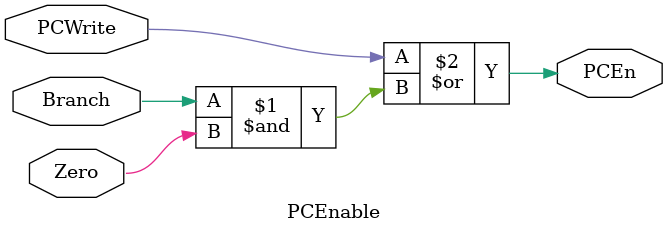
<source format=v>
`timescale 1ns / 1ps

module PCEnable (
    input PCWrite,
    input Branch,
    input Zero,
    output PCEn
);
    assign PCEn = PCWrite | (Branch & Zero);
endmodule

</source>
